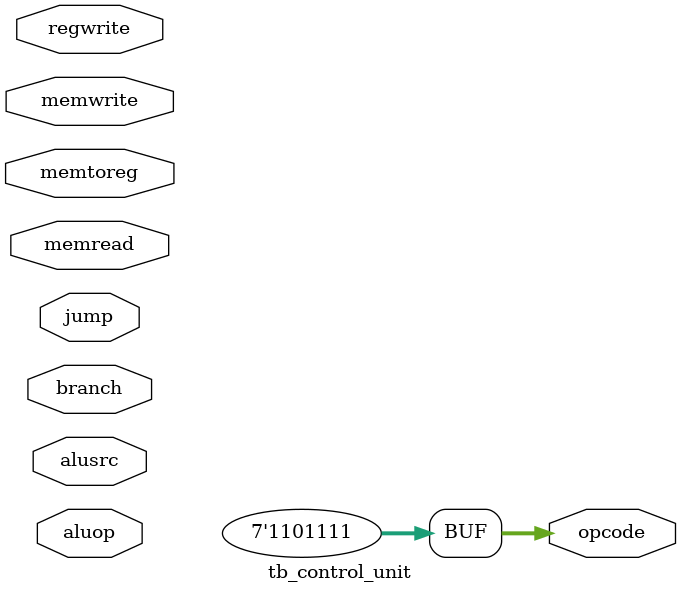
<source format=sv>
module tb_control_unit(
output logic [6:0] opcode ,input logic branch 
    ,memread
    ,memtoreg
    ,memwrite
    ,alusrc
    ,regwrite
    ,jump
    ,input logic [1:0] aluop


);
control_unit control_unit_inst (
    .opcode(opcode),
    .branch(branch),
    .memread(memread),
    .memtoreg(memtoreg),
    .memwrite(memwrite),
    .alusrc(alusrc),
    .regwrite(regwrite),
    .aluop(aluop),
    .jump(jump)
);
initial begin
    // Test case 1: R-type instruction (opcode = 7'b0110011)
    opcode = 7'b0110011;
    #10; // Wait for the output to stabilize

    // Test case 2: Load instruction (opcode = 7'b0000011)
    opcode = 7'b0000011;
    #10; // Wait for the output to stabilize

    // Test case 3: Add immediate instruction (opcode = 7'b0010011)
    opcode = 7'b0010011;
    #10; // Wait for the output to stabilize

    // Test case 4: Store instruction (opcode = 7'b0100011)
    opcode = 7'b0100011;
    #10; // Wait for the output to stabilize
   
    // Test case 5: Branch instruction (opcode = 7'b1100011)
    opcode = 7'b1100011;
    #10; // Wait for the output to stabilize
    //test case 6: Jump and link instruction (opcode = 7'b1101111)
    opcode = 7'b1101111;
    #10; // Wait for the output to stabilize
   
end

endmodule
</source>
